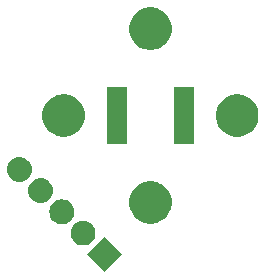
<source format=gts>
G04 #@! TF.GenerationSoftware,KiCad,Pcbnew,5.0.2-bee76a0~70~ubuntu18.04.1*
G04 #@! TF.CreationDate,2020-10-08T13:14:13+02:00*
G04 #@! TF.ProjectId,TLI5012B,544c4935-3031-4324-922e-6b696361645f,rev?*
G04 #@! TF.SameCoordinates,Original*
G04 #@! TF.FileFunction,Soldermask,Top*
G04 #@! TF.FilePolarity,Negative*
%FSLAX46Y46*%
G04 Gerber Fmt 4.6, Leading zero omitted, Abs format (unit mm)*
G04 Created by KiCad (PCBNEW 5.0.2-bee76a0~70~ubuntu18.04.1) date Do 08 Okt 2020 13:14:13 CEST*
%MOMM*%
%LPD*%
G01*
G04 APERTURE LIST*
%ADD10C,0.100000*%
G04 APERTURE END LIST*
D10*
G36*
X135359925Y-98100000D02*
X133875000Y-99584925D01*
X132390075Y-98100000D01*
X133875000Y-96615075D01*
X135359925Y-98100000D01*
X135359925Y-98100000D01*
G37*
G36*
X132207656Y-95261546D02*
X132284785Y-95269142D01*
X132403455Y-95305140D01*
X132482712Y-95329182D01*
X132665121Y-95426682D01*
X132825003Y-95557895D01*
X132956216Y-95717777D01*
X133053716Y-95900186D01*
X133053716Y-95900187D01*
X133113756Y-96098113D01*
X133134029Y-96303949D01*
X133113756Y-96509785D01*
X133081817Y-96615075D01*
X133053716Y-96707712D01*
X132956216Y-96890121D01*
X132825003Y-97050003D01*
X132665121Y-97181216D01*
X132482712Y-97278716D01*
X132416736Y-97298729D01*
X132284785Y-97338756D01*
X132207656Y-97346353D01*
X132130529Y-97353949D01*
X132027369Y-97353949D01*
X131950242Y-97346353D01*
X131873113Y-97338756D01*
X131741162Y-97298729D01*
X131675186Y-97278716D01*
X131492777Y-97181216D01*
X131332895Y-97050003D01*
X131201682Y-96890121D01*
X131104182Y-96707712D01*
X131076081Y-96615075D01*
X131044142Y-96509785D01*
X131023869Y-96303949D01*
X131044142Y-96098113D01*
X131104182Y-95900187D01*
X131104182Y-95900186D01*
X131201682Y-95717777D01*
X131332895Y-95557895D01*
X131492777Y-95426682D01*
X131675186Y-95329182D01*
X131754443Y-95305140D01*
X131873113Y-95269142D01*
X131950242Y-95261546D01*
X132027369Y-95253949D01*
X132130529Y-95253949D01*
X132207656Y-95261546D01*
X132207656Y-95261546D01*
G37*
G36*
X130411605Y-93465495D02*
X130488734Y-93473091D01*
X130620685Y-93513118D01*
X130686661Y-93533131D01*
X130869070Y-93630631D01*
X131028952Y-93761844D01*
X131160165Y-93921726D01*
X131257665Y-94104135D01*
X131257665Y-94104136D01*
X131317705Y-94302062D01*
X131337978Y-94507898D01*
X131317705Y-94713734D01*
X131277678Y-94845685D01*
X131257665Y-94911661D01*
X131160165Y-95094070D01*
X131028952Y-95253952D01*
X130869070Y-95385165D01*
X130686661Y-95482665D01*
X130620685Y-95502678D01*
X130488734Y-95542705D01*
X130411605Y-95550301D01*
X130334478Y-95557898D01*
X130231318Y-95557898D01*
X130154191Y-95550302D01*
X130077062Y-95542705D01*
X129945111Y-95502678D01*
X129879135Y-95482665D01*
X129696726Y-95385165D01*
X129536844Y-95253952D01*
X129405631Y-95094070D01*
X129308131Y-94911661D01*
X129288118Y-94845685D01*
X129248091Y-94713734D01*
X129227818Y-94507898D01*
X129248091Y-94302062D01*
X129308131Y-94104136D01*
X129308131Y-94104135D01*
X129405631Y-93921726D01*
X129536844Y-93761844D01*
X129696726Y-93630631D01*
X129879135Y-93533131D01*
X129945111Y-93513118D01*
X130077062Y-93473091D01*
X130154191Y-93465494D01*
X130231318Y-93457898D01*
X130334478Y-93457898D01*
X130411605Y-93465495D01*
X130411605Y-93465495D01*
G37*
G36*
X138166405Y-91950602D02*
X138310041Y-91979173D01*
X138637620Y-92114861D01*
X138653804Y-92125675D01*
X138932436Y-92311851D01*
X139183149Y-92562564D01*
X139380140Y-92857382D01*
X139515827Y-93184960D01*
X139585000Y-93532714D01*
X139585000Y-93887286D01*
X139515827Y-94235040D01*
X139380140Y-94562618D01*
X139183149Y-94857436D01*
X138932436Y-95108149D01*
X138932433Y-95108151D01*
X138637620Y-95305139D01*
X138310041Y-95440827D01*
X138194122Y-95463885D01*
X137962286Y-95510000D01*
X137607714Y-95510000D01*
X137375878Y-95463885D01*
X137259959Y-95440827D01*
X136932380Y-95305139D01*
X136637567Y-95108151D01*
X136637564Y-95108149D01*
X136386851Y-94857436D01*
X136189860Y-94562618D01*
X136054173Y-94235040D01*
X135985000Y-93887286D01*
X135985000Y-93532714D01*
X136054173Y-93184960D01*
X136189860Y-92857382D01*
X136386851Y-92562564D01*
X136637564Y-92311851D01*
X136916196Y-92125675D01*
X136932380Y-92114861D01*
X137259959Y-91979173D01*
X137403595Y-91950602D01*
X137607714Y-91910000D01*
X137962286Y-91910000D01*
X138166405Y-91950602D01*
X138166405Y-91950602D01*
G37*
G36*
X128615553Y-91669443D02*
X128692682Y-91677039D01*
X128824633Y-91717066D01*
X128890609Y-91737079D01*
X129073018Y-91834579D01*
X129232900Y-91965792D01*
X129364113Y-92125674D01*
X129461613Y-92308083D01*
X129461613Y-92308084D01*
X129521653Y-92506010D01*
X129541926Y-92711846D01*
X129521653Y-92917682D01*
X129481626Y-93049633D01*
X129461613Y-93115609D01*
X129364113Y-93298018D01*
X129232900Y-93457900D01*
X129073018Y-93589113D01*
X128890609Y-93686613D01*
X128824633Y-93706626D01*
X128692682Y-93746653D01*
X128615553Y-93754250D01*
X128538426Y-93761846D01*
X128435266Y-93761846D01*
X128358139Y-93754250D01*
X128281010Y-93746653D01*
X128149059Y-93706626D01*
X128083083Y-93686613D01*
X127900674Y-93589113D01*
X127740792Y-93457900D01*
X127609579Y-93298018D01*
X127512079Y-93115609D01*
X127492066Y-93049633D01*
X127452039Y-92917682D01*
X127431766Y-92711846D01*
X127452039Y-92506010D01*
X127512079Y-92308084D01*
X127512079Y-92308083D01*
X127609579Y-92125674D01*
X127740792Y-91965792D01*
X127900674Y-91834579D01*
X128083083Y-91737079D01*
X128149059Y-91717066D01*
X128281010Y-91677039D01*
X128358139Y-91669443D01*
X128435266Y-91661846D01*
X128538426Y-91661846D01*
X128615553Y-91669443D01*
X128615553Y-91669443D01*
G37*
G36*
X126819502Y-89873392D02*
X126896631Y-89880988D01*
X127028582Y-89921015D01*
X127094558Y-89941028D01*
X127276967Y-90038528D01*
X127436849Y-90169741D01*
X127568062Y-90329623D01*
X127665562Y-90512032D01*
X127665562Y-90512033D01*
X127725602Y-90709959D01*
X127745875Y-90915795D01*
X127725602Y-91121631D01*
X127685575Y-91253582D01*
X127665562Y-91319558D01*
X127568062Y-91501967D01*
X127436849Y-91661849D01*
X127276967Y-91793062D01*
X127094558Y-91890562D01*
X127030478Y-91910000D01*
X126896631Y-91950602D01*
X126819502Y-91958199D01*
X126742375Y-91965795D01*
X126639215Y-91965795D01*
X126562088Y-91958199D01*
X126484959Y-91950602D01*
X126351112Y-91910000D01*
X126287032Y-91890562D01*
X126104623Y-91793062D01*
X125944741Y-91661849D01*
X125813528Y-91501967D01*
X125716028Y-91319558D01*
X125696015Y-91253582D01*
X125655988Y-91121631D01*
X125635715Y-90915795D01*
X125655988Y-90709959D01*
X125716028Y-90512033D01*
X125716028Y-90512032D01*
X125813528Y-90329623D01*
X125944741Y-90169741D01*
X126104623Y-90038528D01*
X126287032Y-89941028D01*
X126353008Y-89921015D01*
X126484959Y-89880988D01*
X126562088Y-89873392D01*
X126639215Y-89865795D01*
X126742375Y-89865795D01*
X126819502Y-89873392D01*
X126819502Y-89873392D01*
G37*
G36*
X135795000Y-88790000D02*
X134085000Y-88790000D01*
X134085000Y-83930000D01*
X135795000Y-83930000D01*
X135795000Y-88790000D01*
X135795000Y-88790000D01*
G37*
G36*
X141485000Y-88790000D02*
X139775000Y-88790000D01*
X139775000Y-83930000D01*
X141485000Y-83930000D01*
X141485000Y-88790000D01*
X141485000Y-88790000D01*
G37*
G36*
X130844122Y-84606115D02*
X130960041Y-84629173D01*
X131287620Y-84764861D01*
X131578511Y-84959228D01*
X131582436Y-84961851D01*
X131833149Y-85212564D01*
X132030140Y-85507382D01*
X132165827Y-85834960D01*
X132235000Y-86182714D01*
X132235000Y-86537286D01*
X132165827Y-86885040D01*
X132030140Y-87212618D01*
X131833149Y-87507436D01*
X131582436Y-87758149D01*
X131582433Y-87758151D01*
X131287620Y-87955139D01*
X130960041Y-88090827D01*
X130844122Y-88113885D01*
X130612286Y-88160000D01*
X130257714Y-88160000D01*
X130025878Y-88113885D01*
X129909959Y-88090827D01*
X129582380Y-87955139D01*
X129287567Y-87758151D01*
X129287564Y-87758149D01*
X129036851Y-87507436D01*
X128839860Y-87212618D01*
X128704173Y-86885040D01*
X128635000Y-86537286D01*
X128635000Y-86182714D01*
X128704173Y-85834960D01*
X128839860Y-85507382D01*
X129036851Y-85212564D01*
X129287564Y-84961851D01*
X129291489Y-84959228D01*
X129582380Y-84764861D01*
X129909959Y-84629173D01*
X130025878Y-84606115D01*
X130257714Y-84560000D01*
X130612286Y-84560000D01*
X130844122Y-84606115D01*
X130844122Y-84606115D01*
G37*
G36*
X145544122Y-84606115D02*
X145660041Y-84629173D01*
X145987620Y-84764861D01*
X146278511Y-84959228D01*
X146282436Y-84961851D01*
X146533149Y-85212564D01*
X146730140Y-85507382D01*
X146865827Y-85834960D01*
X146935000Y-86182714D01*
X146935000Y-86537286D01*
X146865827Y-86885040D01*
X146730140Y-87212618D01*
X146533149Y-87507436D01*
X146282436Y-87758149D01*
X146282433Y-87758151D01*
X145987620Y-87955139D01*
X145660041Y-88090827D01*
X145544122Y-88113885D01*
X145312286Y-88160000D01*
X144957714Y-88160000D01*
X144725878Y-88113885D01*
X144609959Y-88090827D01*
X144282380Y-87955139D01*
X143987567Y-87758151D01*
X143987564Y-87758149D01*
X143736851Y-87507436D01*
X143539860Y-87212618D01*
X143404173Y-86885040D01*
X143335000Y-86537286D01*
X143335000Y-86182714D01*
X143404173Y-85834960D01*
X143539860Y-85507382D01*
X143736851Y-85212564D01*
X143987564Y-84961851D01*
X143991489Y-84959228D01*
X144282380Y-84764861D01*
X144609959Y-84629173D01*
X144725878Y-84606115D01*
X144957714Y-84560000D01*
X145312286Y-84560000D01*
X145544122Y-84606115D01*
X145544122Y-84606115D01*
G37*
G36*
X138194122Y-77256115D02*
X138310041Y-77279173D01*
X138637620Y-77414861D01*
X138928511Y-77609228D01*
X138932436Y-77611851D01*
X139183149Y-77862564D01*
X139380140Y-78157382D01*
X139515827Y-78484960D01*
X139585000Y-78832714D01*
X139585000Y-79187286D01*
X139515827Y-79535040D01*
X139380140Y-79862618D01*
X139183149Y-80157436D01*
X138932436Y-80408149D01*
X138932433Y-80408151D01*
X138637620Y-80605139D01*
X138310041Y-80740827D01*
X138194122Y-80763885D01*
X137962286Y-80810000D01*
X137607714Y-80810000D01*
X137375878Y-80763885D01*
X137259959Y-80740827D01*
X136932380Y-80605139D01*
X136637567Y-80408151D01*
X136637564Y-80408149D01*
X136386851Y-80157436D01*
X136189860Y-79862618D01*
X136054173Y-79535040D01*
X135985000Y-79187286D01*
X135985000Y-78832714D01*
X136054173Y-78484960D01*
X136189860Y-78157382D01*
X136386851Y-77862564D01*
X136637564Y-77611851D01*
X136641489Y-77609228D01*
X136932380Y-77414861D01*
X137259959Y-77279173D01*
X137375878Y-77256115D01*
X137607714Y-77210000D01*
X137962286Y-77210000D01*
X138194122Y-77256115D01*
X138194122Y-77256115D01*
G37*
M02*

</source>
